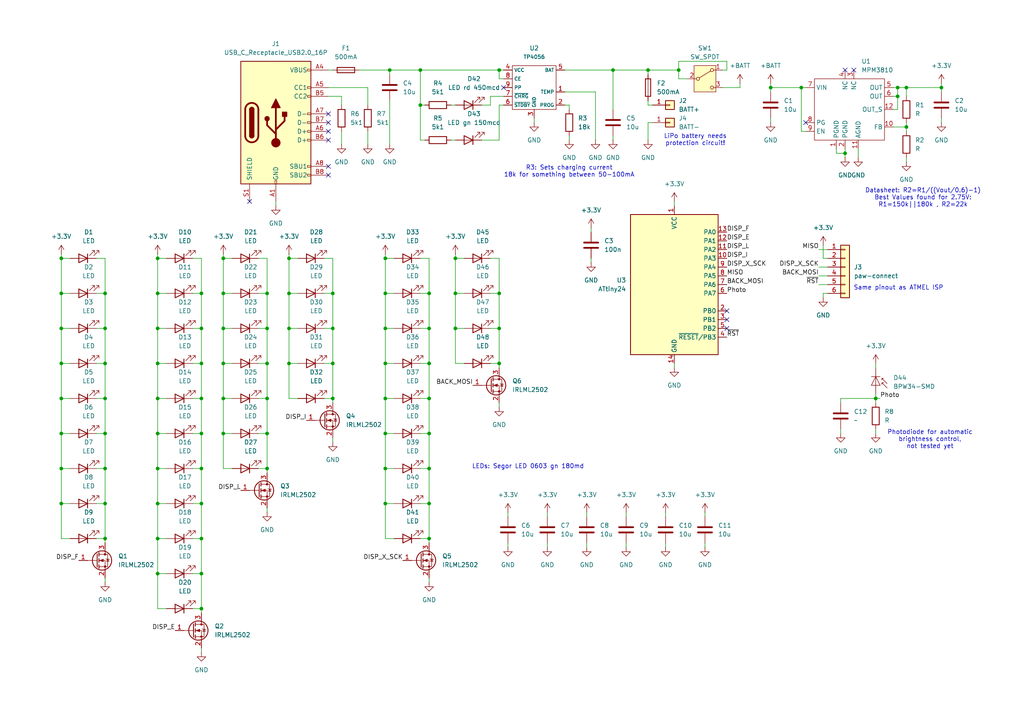
<source format=kicad_sch>
(kicad_sch (version 20231120) (generator "eeschema") (generator_version "8.0")
  (paper "A4")
  (junction (at 187.96 20.32))
  (junction (at 45.72 85.09))
  (junction (at 111.76 115.57))
  (junction (at 64.77 115.57))
  (junction (at 111.76 125.73))
  (junction (at 77.47 135.89))
  (junction (at 17.78 135.89))
  (junction (at 77.47 115.57))
  (junction (at 83.82 95.25))
  (junction (at 121.92 30.48))
  (junction (at 83.82 105.41))
  (junction (at 30.48 105.41))
  (junction (at 124.46 85.09))
  (junction (at 30.48 156.21))
  (junction (at 111.76 105.41))
  (junction (at 45.72 146.05))
  (junction (at 111.76 146.05))
  (junction (at 124.46 146.05))
  (junction (at 144.78 95.25))
  (junction (at 273.05 25.4))
  (junction (at 113.03 20.32))
  (junction (at 77.47 105.41))
  (junction (at 64.77 105.41))
  (junction (at 83.82 85.09))
  (junction (at 132.08 85.09))
  (junction (at 30.48 135.89))
  (junction (at 45.72 115.57))
  (junction (at 45.72 105.41))
  (junction (at 17.78 95.25))
  (junction (at 77.47 85.09))
  (junction (at 111.76 85.09))
  (junction (at 58.42 85.09))
  (junction (at 17.78 74.93))
  (junction (at 64.77 95.25))
  (junction (at 17.78 115.57))
  (junction (at 144.78 85.09))
  (junction (at 45.72 125.73))
  (junction (at 96.52 85.09))
  (junction (at 124.46 95.25))
  (junction (at 45.72 166.37))
  (junction (at 124.46 115.57))
  (junction (at 58.42 176.53))
  (junction (at 58.42 95.25))
  (junction (at 254 115.57))
  (junction (at 232.41 25.4))
  (junction (at 260.35 27.94))
  (junction (at 121.92 20.32))
  (junction (at 17.78 146.05))
  (junction (at 96.52 95.25))
  (junction (at 144.78 105.41))
  (junction (at 58.42 105.41))
  (junction (at 132.08 74.93))
  (junction (at 58.42 135.89))
  (junction (at 77.47 125.73))
  (junction (at 124.46 135.89))
  (junction (at 77.47 95.25))
  (junction (at 45.72 95.25))
  (junction (at 124.46 156.21))
  (junction (at 111.76 74.93))
  (junction (at 177.8 20.32))
  (junction (at 30.48 115.57))
  (junction (at 17.78 125.73))
  (junction (at 64.77 125.73))
  (junction (at 124.46 105.41))
  (junction (at 262.89 36.83))
  (junction (at 223.52 25.4))
  (junction (at 58.42 156.21))
  (junction (at 58.42 146.05))
  (junction (at 144.78 20.32))
  (junction (at 83.82 74.93))
  (junction (at 245.11 44.45))
  (junction (at 260.35 25.4))
  (junction (at 96.52 105.41))
  (junction (at 196.85 20.32))
  (junction (at 262.89 25.4))
  (junction (at 96.52 115.57))
  (junction (at 132.08 95.25))
  (junction (at 45.72 156.21))
  (junction (at 124.46 125.73))
  (junction (at 64.77 85.09))
  (junction (at 45.72 74.93))
  (junction (at 111.76 135.89))
  (junction (at 58.42 166.37))
  (junction (at 58.42 125.73))
  (junction (at 30.48 95.25))
  (junction (at 30.48 125.73))
  (junction (at 17.78 105.41))
  (junction (at 64.77 74.93))
  (junction (at 30.48 146.05))
  (junction (at 45.72 135.89))
  (junction (at 17.78 85.09))
  (junction (at 111.76 95.25))
  (junction (at 58.42 115.57))
  (junction (at 30.48 85.09))
  (no_connect (at 95.25 48.26))
  (no_connect (at 95.25 38.1))
  (no_connect (at 146.05 25.4))
  (no_connect (at 245.11 20.32))
  (no_connect (at 210.82 95.25))
  (no_connect (at 95.25 35.56))
  (no_connect (at 95.25 50.8))
  (no_connect (at 210.82 92.71))
  (no_connect (at 233.68 35.56))
  (no_connect (at 247.65 20.32))
  (no_connect (at 95.25 33.02))
  (no_connect (at 72.39 58.42))
  (no_connect (at 210.82 90.17))
  (no_connect (at 95.25 40.64))
  (wire (pts (xy 96.52 127) (xy 96.52 128.27)))
  (wire (pts (xy 121.92 20.32) (xy 121.92 30.48)))
  (wire (pts (xy 64.77 74.93) (xy 67.31 74.93)))
  (wire (pts (xy 45.72 115.57) (xy 45.72 105.41)))
  (wire (pts (xy 121.92 20.32) (xy 144.78 20.32)))
  (wire (pts (xy 144.78 22.86) (xy 146.05 22.86)))
  (wire (pts (xy 121.92 146.05) (xy 124.46 146.05)))
  (wire (pts (xy 55.88 166.37) (xy 58.42 166.37)))
  (wire (pts (xy 232.41 38.1) (xy 232.41 25.4)))
  (wire (pts (xy 238.76 85.09) (xy 238.76 86.36)))
  (wire (pts (xy 163.83 20.32) (xy 177.8 20.32)))
  (wire (pts (xy 121.92 135.89) (xy 124.46 135.89)))
  (wire (pts (xy 144.78 20.32) (xy 144.78 22.86)))
  (wire (pts (xy 142.24 95.25) (xy 144.78 95.25)))
  (wire (pts (xy 45.72 146.05) (xy 45.72 135.89)))
  (wire (pts (xy 58.42 156.21) (xy 58.42 166.37)))
  (wire (pts (xy 209.55 20.32) (xy 210.82 20.32)))
  (wire (pts (xy 195.58 58.42) (xy 195.58 59.69)))
  (wire (pts (xy 144.78 85.09) (xy 144.78 95.25)))
  (wire (pts (xy 83.82 85.09) (xy 83.82 74.93)))
  (wire (pts (xy 27.94 74.93) (xy 30.48 74.93)))
  (wire (pts (xy 93.98 105.41) (xy 96.52 105.41)))
  (wire (pts (xy 55.88 85.09) (xy 58.42 85.09)))
  (wire (pts (xy 58.42 74.93) (xy 58.42 85.09)))
  (wire (pts (xy 17.78 73.66) (xy 17.78 74.93)))
  (wire (pts (xy 259.08 36.83) (xy 262.89 36.83)))
  (wire (pts (xy 111.76 146.05) (xy 114.3 146.05)))
  (wire (pts (xy 30.48 156.21) (xy 30.48 157.48)))
  (wire (pts (xy 55.88 135.89) (xy 58.42 135.89)))
  (wire (pts (xy 124.46 156.21) (xy 121.92 156.21)))
  (wire (pts (xy 139.7 30.48) (xy 142.24 30.48)))
  (wire (pts (xy 248.92 43.18) (xy 248.92 45.72)))
  (wire (pts (xy 111.76 74.93) (xy 114.3 74.93)))
  (wire (pts (xy 121.92 115.57) (xy 124.46 115.57)))
  (wire (pts (xy 163.83 30.48) (xy 165.1 30.48)))
  (wire (pts (xy 209.55 25.4) (xy 214.63 25.4)))
  (wire (pts (xy 30.48 135.89) (xy 30.48 146.05)))
  (wire (pts (xy 132.08 105.41) (xy 134.62 105.41)))
  (wire (pts (xy 74.93 105.41) (xy 77.47 105.41)))
  (wire (pts (xy 237.49 77.47) (xy 240.03 77.47)))
  (wire (pts (xy 237.49 72.39) (xy 240.03 72.39)))
  (wire (pts (xy 17.78 146.05) (xy 17.78 135.89)))
  (wire (pts (xy 45.72 135.89) (xy 45.72 125.73)))
  (wire (pts (xy 187.96 20.32) (xy 196.85 20.32)))
  (wire (pts (xy 30.48 167.64) (xy 30.48 168.91)))
  (wire (pts (xy 96.52 115.57) (xy 96.52 116.84)))
  (wire (pts (xy 204.47 148.59) (xy 204.47 149.86)))
  (wire (pts (xy 243.84 125.73) (xy 243.84 124.46)))
  (wire (pts (xy 177.8 20.32) (xy 177.8 31.75)))
  (wire (pts (xy 27.94 135.89) (xy 30.48 135.89)))
  (wire (pts (xy 99.06 27.94) (xy 99.06 30.48)))
  (wire (pts (xy 45.72 176.53) (xy 45.72 166.37)))
  (wire (pts (xy 77.47 135.89) (xy 74.93 135.89)))
  (wire (pts (xy 27.94 125.73) (xy 30.48 125.73)))
  (wire (pts (xy 177.8 20.32) (xy 187.96 20.32)))
  (wire (pts (xy 187.96 20.32) (xy 187.96 21.59)))
  (wire (pts (xy 124.46 146.05) (xy 124.46 156.21)))
  (wire (pts (xy 83.82 95.25) (xy 86.36 95.25)))
  (wire (pts (xy 67.31 135.89) (xy 64.77 135.89)))
  (wire (pts (xy 144.78 95.25) (xy 144.78 105.41)))
  (wire (pts (xy 243.84 115.57) (xy 254 115.57)))
  (wire (pts (xy 113.03 29.21) (xy 113.03 41.91)))
  (wire (pts (xy 104.14 20.32) (xy 113.03 20.32)))
  (wire (pts (xy 132.08 73.66) (xy 132.08 74.93)))
  (wire (pts (xy 240.03 85.09) (xy 238.76 85.09)))
  (wire (pts (xy 124.46 156.21) (xy 124.46 157.48)))
  (wire (pts (xy 144.78 116.84) (xy 144.78 118.11)))
  (wire (pts (xy 259.08 25.4) (xy 260.35 25.4)))
  (wire (pts (xy 171.45 66.04) (xy 171.45 67.31)))
  (wire (pts (xy 83.82 95.25) (xy 83.82 85.09)))
  (wire (pts (xy 83.82 105.41) (xy 86.36 105.41)))
  (wire (pts (xy 45.72 166.37) (xy 45.72 156.21)))
  (wire (pts (xy 163.83 26.67) (xy 172.72 26.67)))
  (wire (pts (xy 124.46 95.25) (xy 124.46 105.41)))
  (wire (pts (xy 74.93 85.09) (xy 77.47 85.09)))
  (wire (pts (xy 273.05 24.13) (xy 273.05 25.4)))
  (wire (pts (xy 214.63 24.13) (xy 214.63 25.4)))
  (wire (pts (xy 124.46 167.64) (xy 124.46 168.91)))
  (wire (pts (xy 45.72 95.25) (xy 45.72 85.09)))
  (wire (pts (xy 95.25 27.94) (xy 99.06 27.94)))
  (wire (pts (xy 147.32 157.48) (xy 147.32 158.75)))
  (wire (pts (xy 58.42 95.25) (xy 58.42 105.41)))
  (wire (pts (xy 93.98 95.25) (xy 96.52 95.25)))
  (wire (pts (xy 232.41 25.4) (xy 223.52 25.4)))
  (wire (pts (xy 262.89 25.4) (xy 273.05 25.4)))
  (wire (pts (xy 64.77 95.25) (xy 67.31 95.25)))
  (wire (pts (xy 111.76 95.25) (xy 111.76 85.09)))
  (wire (pts (xy 45.72 85.09) (xy 48.26 85.09)))
  (wire (pts (xy 189.23 35.56) (xy 187.96 35.56)))
  (wire (pts (xy 45.72 105.41) (xy 45.72 95.25)))
  (wire (pts (xy 30.48 156.21) (xy 27.94 156.21)))
  (wire (pts (xy 80.01 59.69) (xy 80.01 58.42)))
  (wire (pts (xy 196.85 22.86) (xy 199.39 22.86)))
  (wire (pts (xy 83.82 85.09) (xy 86.36 85.09)))
  (wire (pts (xy 58.42 85.09) (xy 58.42 95.25)))
  (wire (pts (xy 123.19 40.64) (xy 121.92 40.64)))
  (wire (pts (xy 106.68 38.1) (xy 106.68 41.91)))
  (wire (pts (xy 83.82 105.41) (xy 83.82 95.25)))
  (wire (pts (xy 55.88 95.25) (xy 58.42 95.25)))
  (wire (pts (xy 74.93 115.57) (xy 77.47 115.57)))
  (wire (pts (xy 27.94 105.41) (xy 30.48 105.41)))
  (wire (pts (xy 58.42 115.57) (xy 58.42 125.73)))
  (wire (pts (xy 273.05 34.29) (xy 273.05 35.56)))
  (wire (pts (xy 181.61 148.59) (xy 181.61 149.86)))
  (wire (pts (xy 96.52 74.93) (xy 96.52 85.09)))
  (wire (pts (xy 146.05 30.48) (xy 144.78 30.48)))
  (wire (pts (xy 93.98 74.93) (xy 96.52 74.93)))
  (wire (pts (xy 223.52 34.29) (xy 223.52 35.56)))
  (wire (pts (xy 17.78 125.73) (xy 20.32 125.73)))
  (wire (pts (xy 64.77 105.41) (xy 64.77 95.25)))
  (wire (pts (xy 83.82 74.93) (xy 86.36 74.93)))
  (wire (pts (xy 144.78 74.93) (xy 144.78 85.09)))
  (wire (pts (xy 113.03 20.32) (xy 121.92 20.32)))
  (wire (pts (xy 121.92 74.93) (xy 124.46 74.93)))
  (wire (pts (xy 27.94 95.25) (xy 30.48 95.25)))
  (wire (pts (xy 95.25 25.4) (xy 106.68 25.4)))
  (wire (pts (xy 142.24 27.94) (xy 142.24 30.48)))
  (wire (pts (xy 17.78 156.21) (xy 17.78 146.05)))
  (wire (pts (xy 64.77 73.66) (xy 64.77 74.93)))
  (wire (pts (xy 237.49 82.55) (xy 240.03 82.55)))
  (wire (pts (xy 96.52 20.32) (xy 95.25 20.32)))
  (wire (pts (xy 64.77 85.09) (xy 67.31 85.09)))
  (wire (pts (xy 124.46 105.41) (xy 124.46 115.57)))
  (wire (pts (xy 260.35 31.75) (xy 260.35 27.94)))
  (wire (pts (xy 55.88 115.57) (xy 58.42 115.57)))
  (wire (pts (xy 30.48 95.25) (xy 30.48 105.41)))
  (wire (pts (xy 93.98 85.09) (xy 96.52 85.09)))
  (wire (pts (xy 144.78 105.41) (xy 144.78 106.68)))
  (wire (pts (xy 17.78 115.57) (xy 17.78 105.41)))
  (wire (pts (xy 144.78 40.64) (xy 139.7 40.64)))
  (wire (pts (xy 132.08 95.25) (xy 134.62 95.25)))
  (wire (pts (xy 111.76 115.57) (xy 114.3 115.57)))
  (wire (pts (xy 45.72 95.25) (xy 48.26 95.25)))
  (wire (pts (xy 262.89 25.4) (xy 262.89 27.94)))
  (wire (pts (xy 240.03 74.93) (xy 238.76 74.93)))
  (wire (pts (xy 30.48 74.93) (xy 30.48 85.09)))
  (wire (pts (xy 17.78 135.89) (xy 20.32 135.89)))
  (wire (pts (xy 165.1 40.64) (xy 165.1 39.37)))
  (wire (pts (xy 45.72 105.41) (xy 48.26 105.41)))
  (wire (pts (xy 45.72 125.73) (xy 45.72 115.57)))
  (wire (pts (xy 223.52 25.4) (xy 223.52 26.67)))
  (wire (pts (xy 254 115.57) (xy 255.27 115.57)))
  (wire (pts (xy 58.42 176.53) (xy 55.88 176.53)))
  (wire (pts (xy 242.57 43.18) (xy 242.57 44.45)))
  (wire (pts (xy 187.96 29.21) (xy 187.96 30.48)))
  (wire (pts (xy 142.24 105.41) (xy 144.78 105.41)))
  (wire (pts (xy 262.89 35.56) (xy 262.89 36.83)))
  (wire (pts (xy 273.05 25.4) (xy 273.05 26.67)))
  (wire (pts (xy 106.68 25.4) (xy 106.68 30.48)))
  (wire (pts (xy 121.92 125.73) (xy 124.46 125.73)))
  (wire (pts (xy 193.04 157.48) (xy 193.04 158.75)))
  (wire (pts (xy 74.93 95.25) (xy 77.47 95.25)))
  (wire (pts (xy 121.92 105.41) (xy 124.46 105.41)))
  (wire (pts (xy 64.77 125.73) (xy 64.77 115.57)))
  (wire (pts (xy 132.08 85.09) (xy 132.08 74.93)))
  (wire (pts (xy 171.45 74.93) (xy 171.45 76.2)))
  (wire (pts (xy 158.75 148.59) (xy 158.75 149.86)))
  (wire (pts (xy 113.03 20.32) (xy 113.03 21.59)))
  (wire (pts (xy 111.76 105.41) (xy 111.76 95.25)))
  (wire (pts (xy 232.41 25.4) (xy 233.68 25.4)))
  (wire (pts (xy 144.78 30.48) (xy 144.78 40.64)))
  (wire (pts (xy 111.76 95.25) (xy 114.3 95.25)))
  (wire (pts (xy 64.77 85.09) (xy 64.77 74.93)))
  (wire (pts (xy 55.88 146.05) (xy 58.42 146.05)))
  (wire (pts (xy 245.11 43.18) (xy 245.11 44.45)))
  (wire (pts (xy 121.92 95.25) (xy 124.46 95.25)))
  (wire (pts (xy 181.61 157.48) (xy 181.61 158.75)))
  (wire (pts (xy 74.93 125.73) (xy 77.47 125.73)))
  (wire (pts (xy 262.89 45.72) (xy 262.89 46.99)))
  (wire (pts (xy 17.78 85.09) (xy 20.32 85.09)))
  (wire (pts (xy 124.46 135.89) (xy 124.46 146.05)))
  (wire (pts (xy 147.32 148.59) (xy 147.32 149.86)))
  (wire (pts (xy 45.72 156.21) (xy 45.72 146.05)))
  (wire (pts (xy 170.18 148.59) (xy 170.18 149.86)))
  (wire (pts (xy 17.78 95.25) (xy 20.32 95.25)))
  (wire (pts (xy 177.8 40.64) (xy 177.8 39.37)))
  (wire (pts (xy 259.08 31.75) (xy 260.35 31.75)))
  (wire (pts (xy 165.1 30.48) (xy 165.1 31.75)))
  (wire (pts (xy 48.26 176.53) (xy 45.72 176.53)))
  (wire (pts (xy 17.78 105.41) (xy 20.32 105.41)))
  (wire (pts (xy 55.88 156.21) (xy 58.42 156.21)))
  (wire (pts (xy 142.24 85.09) (xy 144.78 85.09)))
  (wire (pts (xy 111.76 135.89) (xy 114.3 135.89)))
  (wire (pts (xy 142.24 74.93) (xy 144.78 74.93)))
  (wire (pts (xy 20.32 156.21) (xy 17.78 156.21)))
  (wire (pts (xy 238.76 71.12) (xy 238.76 74.93)))
  (wire (pts (xy 58.42 166.37) (xy 58.42 176.53)))
  (wire (pts (xy 17.78 146.05) (xy 20.32 146.05)))
  (wire (pts (xy 58.42 146.05) (xy 58.42 156.21)))
  (wire (pts (xy 17.78 74.93) (xy 20.32 74.93)))
  (wire (pts (xy 132.08 74.93) (xy 134.62 74.93)))
  (wire (pts (xy 45.72 85.09) (xy 45.72 74.93)))
  (wire (pts (xy 262.89 36.83) (xy 262.89 38.1)))
  (wire (pts (xy 64.77 105.41) (xy 67.31 105.41)))
  (wire (pts (xy 27.94 146.05) (xy 30.48 146.05)))
  (wire (pts (xy 64.77 125.73) (xy 67.31 125.73)))
  (wire (pts (xy 77.47 95.25) (xy 77.47 105.41)))
  (wire (pts (xy 132.08 105.41) (xy 132.08 95.25)))
  (wire (pts (xy 111.76 73.66) (xy 111.76 74.93)))
  (wire (pts (xy 210.82 17.78) (xy 196.85 17.78)))
  (wire (pts (xy 83.82 115.57) (xy 83.82 105.41)))
  (wire (pts (xy 99.06 38.1) (xy 99.06 41.91)))
  (wire (pts (xy 17.78 125.73) (xy 17.78 115.57)))
  (wire (pts (xy 111.76 146.05) (xy 111.76 135.89)))
  (wire (pts (xy 204.47 157.48) (xy 204.47 158.75)))
  (wire (pts (xy 260.35 25.4) (xy 260.35 27.94)))
  (wire (pts (xy 77.47 125.73) (xy 77.47 135.89)))
  (wire (pts (xy 193.04 148.59) (xy 193.04 149.86)))
  (wire (pts (xy 96.52 115.57) (xy 93.98 115.57)))
  (wire (pts (xy 77.47 147.32) (xy 77.47 148.59)))
  (wire (pts (xy 245.11 44.45) (xy 245.11 45.72)))
  (wire (pts (xy 254 114.3) (xy 254 115.57)))
  (wire (pts (xy 132.08 95.25) (xy 132.08 85.09)))
  (wire (pts (xy 45.72 74.93) (xy 48.26 74.93)))
  (wire (pts (xy 111.76 105.41) (xy 114.3 105.41)))
  (wire (pts (xy 96.52 95.25) (xy 96.52 105.41)))
  (wire (pts (xy 259.08 27.94) (xy 260.35 27.94)))
  (wire (pts (xy 121.92 30.48) (xy 121.92 40.64)))
  (wire (pts (xy 124.46 85.09) (xy 124.46 95.25)))
  (wire (pts (xy 130.81 40.64) (xy 132.08 40.64)))
  (wire (pts (xy 111.76 85.09) (xy 114.3 85.09)))
  (wire (pts (xy 111.76 156.21) (xy 111.76 146.05)))
  (wire (pts (xy 17.78 105.41) (xy 17.78 95.25)))
  (wire (pts (xy 55.88 105.41) (xy 58.42 105.41)))
  (wire (pts (xy 254 115.57) (xy 254 116.84)))
  (wire (pts (xy 58.42 125.73) (xy 58.42 135.89)))
  (wire (pts (xy 196.85 17.78) (xy 196.85 20.32)))
  (wire (pts (xy 242.57 44.45) (xy 245.11 44.45)))
  (wire (pts (xy 17.78 85.09) (xy 17.78 74.93)))
  (wire (pts (xy 111.76 125.73) (xy 111.76 115.57)))
  (wire (pts (xy 17.78 135.89) (xy 17.78 125.73)))
  (wire (pts (xy 96.52 105.41) (xy 96.52 115.57)))
  (wire (pts (xy 124.46 125.73) (xy 124.46 135.89)))
  (wire (pts (xy 210.82 20.32) (xy 210.82 17.78)))
  (wire (pts (xy 45.72 156.21) (xy 48.26 156.21)))
  (wire (pts (xy 45.72 135.89) (xy 48.26 135.89)))
  (wire (pts (xy 132.08 85.09) (xy 134.62 85.09)))
  (wire (pts (xy 83.82 73.66) (xy 83.82 74.93)))
  (wire (pts (xy 77.47 74.93) (xy 77.47 85.09)))
  (wire (pts (xy 111.76 115.57) (xy 111.76 105.41)))
  (wire (pts (xy 64.77 135.89) (xy 64.77 125.73)))
  (wire (pts (xy 64.77 115.57) (xy 64.77 105.41)))
  (wire (pts (xy 58.42 176.53) (xy 58.42 177.8)))
  (wire (pts (xy 77.47 85.09) (xy 77.47 95.25)))
  (wire (pts (xy 45.72 166.37) (xy 48.26 166.37)))
  (wire (pts (xy 30.48 125.73) (xy 30.48 135.89)))
  (wire (pts (xy 30.48 105.41) (xy 30.48 115.57)))
  (wire (pts (xy 86.36 115.57) (xy 83.82 115.57)))
  (wire (pts (xy 111.76 125.73) (xy 114.3 125.73)))
  (wire (pts (xy 223.52 24.13) (xy 223.52 25.4)))
  (wire (pts (xy 254 105.41) (xy 254 106.68)))
  (wire (pts (xy 233.68 38.1) (xy 232.41 38.1)))
  (wire (pts (xy 111.76 135.89) (xy 111.76 125.73)))
  (wire (pts (xy 45.72 125.73) (xy 48.26 125.73)))
  (wire (pts (xy 77.47 115.57) (xy 77.47 125.73)))
  (wire (pts (xy 196.85 20.32) (xy 196.85 22.86)))
  (wire (pts (xy 154.94 35.56) (xy 154.94 34.29)))
  (wire (pts (xy 55.88 74.93) (xy 58.42 74.93)))
  (wire (pts (xy 64.77 95.25) (xy 64.77 85.09)))
  (wire (pts (xy 130.81 30.48) (xy 132.08 30.48)))
  (wire (pts (xy 111.76 85.09) (xy 111.76 74.93)))
  (wire (pts (xy 58.42 187.96) (xy 58.42 189.23)))
  (wire (pts (xy 27.94 85.09) (xy 30.48 85.09)))
  (wire (pts (xy 17.78 95.25) (xy 17.78 85.09)))
  (wire (pts (xy 45.72 73.66) (xy 45.72 74.93)))
  (wire (pts (xy 58.42 135.89) (xy 58.42 146.05)))
  (wire (pts (xy 146.05 20.32) (xy 144.78 20.32)))
  (wire (pts (xy 121.92 85.09) (xy 124.46 85.09)))
  (wire (pts (xy 27.94 115.57) (xy 30.48 115.57)))
  (wire (pts (xy 187.96 35.56) (xy 187.96 40.64)))
  (wire (pts (xy 172.72 26.67) (xy 172.72 40.64)))
  (wire (pts (xy 17.78 115.57) (xy 20.32 115.57)))
  (wire (pts (xy 237.49 80.01) (xy 240.03 80.01)))
  (wire (pts (xy 187.96 30.48) (xy 189.23 30.48)))
  (wire (pts (xy 260.35 25.4) (xy 262.89 25.4)))
  (wire (pts (xy 77.47 135.89) (xy 77.47 137.16)))
  (wire (pts (xy 58.42 105.41) (xy 58.42 115.57)))
  (wire (pts (xy 123.19 30.48) (xy 121.92 30.48)))
  (wire (pts (xy 96.52 85.09) (xy 96.52 95.25)))
  (wire (pts (xy 77.47 105.41) (xy 77.47 115.57)))
  (wire (pts (xy 158.75 157.48) (xy 158.75 158.75)))
  (wire (pts (xy 114.3 156.21) (xy 111.76 156.21)))
  (wire (pts (xy 124.46 74.93) (xy 124.46 85.09)))
  (wire (pts (xy 30.48 115.57) (xy 30.48 125.73)))
  (wire (pts (xy 45.72 146.05) (xy 48.26 146.05)))
  (wire (pts (xy 74.93 74.93) (xy 77.47 74.93)))
  (wire (pts (xy 45.72 115.57) (xy 48.26 115.57)))
  (wire (pts (xy 64.77 115.57) (xy 67.31 115.57)))
  (wire (pts (xy 195.58 106.68) (xy 195.58 105.41)))
  (wire (pts (xy 254 125.73) (xy 254 124.46)))
  (wire (pts (xy 124.46 115.57) (xy 124.46 125.73)))
  (wire (pts (xy 30.48 146.05) (xy 30.48 156.21)))
  (wire (pts (xy 170.18 157.48) (xy 170.18 158.75)))
  (wire (pts (xy 146.05 27.94) (xy 142.24 27.94)))
  (wire (pts (xy 243.84 116.84) (xy 243.84 115.57)))
  (wire (pts (xy 30.48 85.09) (xy 30.48 95.25)))
  (wire (pts (xy 55.88 125.73) (xy 58.42 125.73)))
  (text "LiPo battery needs\nprotection circuit!" (at 201.676 40.64 0) (effects (font (size 1.27 1.27))))
  (text "Same pinout as ATMEL ISP" (at 260.604 83.566 0) (effects (font (size 1.27 1.27))))
  (text "R3: Sets charging current\n18k for something between 50-100mA\n" (at 165.1 49.784 0) (effects (font (size 1.27 1.27))))
  (text "Datasheet: R2=R1/((Vout/0.6)-1)\nBest Values found for 2.75V:\nR1=150k||180k , R2=22k" (at 267.716 57.404 0) (effects (font (size 1.27 1.27))))
  (text "LEDs: Segor LED 0603 gn 180md" (at 153.162 135.382 0) (effects (font (size 1.27 1.27))))
  (text "Photodiode for automatic\nbrightness control,\nnot tested yet" (at 269.748 127.508 0) (effects (font (size 1.27 1.27))))
  (label "DISP_I" (at 88.9 121.92 180))
  (label "MISO" (at 237.49 72.39 180))
  (label "Photo" (at 210.82 85.09 0))
  (label "DISP_I" (at 210.82 74.93 0))
  (label "DISP_F" (at 210.82 67.31 0))
  (label "DISP_F" (at 22.86 162.56 180))
  (label "BACK_MOSI" (at 137.16 111.76 180))
  (label "DISP_E" (at 210.82 69.85 0))
  (label "BACK_MOSI" (at 237.49 80.01 180))
  (label "MISO" (at 210.82 80.01 0))
  (label "DISP_E" (at 50.8 182.88 180))
  (label "DISP_L" (at 69.85 142.24 180))
  (label "DISP_X_SCK" (at 116.84 162.56 180))
  (label "~{RST}" (at 210.82 97.79 0))
  (label "DISP_X_SCK" (at 210.82 77.47 0))
  (label "~{RST}" (at 237.49 82.55 180))
  (label "DISP_L" (at 210.82 72.39 0))
  (label "DISP_X_SCK" (at 237.49 77.47 180))
  (label "BACK_MOSI" (at 210.82 82.55 0))
  (label "Photo" (at 255.27 115.57 0))
  (symbol (lib_id "power:GND") (at 165.1 40.64 0) (unit 1)
    (property "Reference" "#PWR018" (effects (hide yes)))
    (property "Value" "GND" (at 165.1 45.72 0))
    (property "Description" "Power symbol creates a global label with name \"GND\" , ground" (effects (hide yes)))
  )
  (symbol (lib_id "Device:C") (at 273.05 30.48 0) (unit 1)
    (property "Reference" "C2" (at 276.86 29.2099 0) (effects (justify left)))
    (property "Value" "10u" (at 276.86 31.7499 0) (effects (justify left)))
    (property "Footprint" "Capacitor_SMD:C_0603_1608Metric" (effects (hide yes)))
    (property "Description" "Unpolarized capacitor" (effects (hide yes)))
  )
  (symbol (lib_id "Device:C") (at 223.52 30.48 0) (unit 1)
    (property "Reference" "C1" (at 227.33 29.2099 0) (effects (justify left)))
    (property "Value" "10u" (at 227.33 31.7499 0) (effects (justify left)))
    (property "Footprint" "Capacitor_SMD:C_0603_1608Metric" (effects (hide yes)))
    (property "Description" "Unpolarized capacitor" (effects (hide yes)))
  )
  (symbol (lib_id "Device:LED") (at 52.07 85.09 180) (unit 1)
    (property "Reference" "D11" (at 53.6575 77.47 0))
    (property "Value" "LED" (at 53.6575 80.01 0))
    (property "Footprint" "LED_SMD:LED_0603_1608Metric" (effects (hide yes)))
    (property "Description" "Light emitting diode" (effects (hide yes)))
  )
  (symbol (lib_id "Device:LED") (at 71.12 85.09 180) (unit 1)
    (property "Reference" "D22" (at 72.7075 77.47 0))
    (property "Value" "LED" (at 72.7075 80.01 0))
    (property "Footprint" "LED_SMD:LED_0603_1608Metric" (effects (hide yes)))
    (property "Description" "Light emitting diode" (effects (hide yes)))
  )
  (symbol (lib_id "Device:LED") (at 52.07 105.41 180) (unit 1)
    (property "Reference" "D13" (at 53.6575 97.79 0))
    (property "Value" "LED" (at 53.6575 100.33 0))
    (property "Footprint" "LED_SMD:LED_0603_1608Metric" (effects (hide yes)))
    (property "Description" "Light emitting diode" (effects (hide yes)))
  )
  (symbol (lib_id "Device:Fuse") (at 100.33 20.32 90) (unit 1)
    (property "Reference" "F1" (at 100.33 13.97 90))
    (property "Value" "500mA" (at 100.33 16.51 90))
    (property "Footprint" "Fuse:Fuse_0603_1608Metric_Pad1.05x0.95mm_HandSolder" (effects (hide yes)))
    (property "Description" "Fuse" (effects (hide yes)))
  )
  (symbol (lib_id "power:+3.3V") (at 17.78 73.66 0) (unit 1)
    (property "Reference" "#PWR016" (effects (hide yes)))
    (property "Value" "+3.3V" (at 17.78 68.58 0))
    (property "Description" "Power symbol creates a global label with name \"+3.3V\"" (effects (hide yes)))
  )
  (symbol (lib_id "Device:LED") (at 138.43 105.41 180) (unit 1)
    (property "Reference" "D48" (at 140.0175 97.79 0))
    (property "Value" "LED" (at 140.0175 100.33 0))
    (property "Footprint" "LED_SMD:LED_0603_1608Metric" (effects (hide yes)))
    (property "Description" "Light emitting diode" (effects (hide yes)))
  )
  (symbol (lib_id "Device:LED") (at 52.07 156.21 180) (unit 1)
    (property "Reference" "D18" (at 53.6575 148.59 0))
    (property "Value" "LED" (at 53.6575 151.13 0))
    (property "Footprint" "LED_SMD:LED_0603_1608Metric" (effects (hide yes)))
    (property "Description" "Light emitting diode" (effects (hide yes)))
  )
  (symbol (lib_id "power:GND") (at 273.05 35.56 0) (unit 1)
    (property "Reference" "#PWR06" (effects (hide yes)))
    (property "Value" "GND" (at 273.05 40.64 0))
    (property "Description" "Power symbol creates a global label with name \"GND\" , ground" (effects (hide yes)))
  )
  (symbol (lib_id "Device:LED") (at 118.11 95.25 180) (unit 1)
    (property "Reference" "D35" (at 119.6975 87.63 0))
    (property "Value" "LED" (at 119.6975 90.17 0))
    (property "Footprint" "LED_SMD:LED_0603_1608Metric" (effects (hide yes)))
    (property "Description" "Light emitting diode" (effects (hide yes)))
  )
  (symbol (lib_id "power:+3.3V") (at 254 105.41 0) (unit 1)
    (property "Reference" "#PWR050" (effects (hide yes)))
    (property "Value" "+3.3V" (at 254 100.33 0))
    (property "Description" "Power symbol creates a global label with name \"+3.3V\"" (effects (hide yes)))
  )
  (symbol (lib_id "Device:R") (at 262.89 31.75 0) (unit 1)
    (property "Reference" "R1" (at 265.43 30.4799 0) (effects (justify left)))
    (property "Value" "R" (at 265.43 33.0199 0) (effects (justify left)))
    (property "Footprint" "Resistor_SMD:R_0603_1608Metric" (effects (hide yes)))
    (property "Description" "Resistor" (effects (hide yes)))
  )
  (symbol (lib_id "Connector_Generic:Conn_01x01") (at 194.31 35.56 0) (unit 1)
    (property "Reference" "J4" (at 196.85 34.2899 0) (effects (justify left)))
    (property "Value" "BATT-" (at 196.85 36.8299 0) (effects (justify left)))
    (property "Footprint" "Connector_Wire:SolderWirePad_1x01_SMD_1x2mm" (effects (hide yes)))
    (property "Description" "Generic connector, single row, 01x01, script generated (kicad-library-utils/schlib/autogen/connector/)" (effects (hide yes)))
  )
  (symbol (lib_id "Device:R") (at 127 40.64 90) (unit 1)
    (property "Reference" "R5" (at 127 34.29 90))
    (property "Value" "5k1" (at 127 36.83 90))
    (property "Footprint" "Resistor_SMD:R_0603_1608Metric" (effects (hide yes)))
    (property "Description" "Resistor" (effects (hide yes)))
  )
  (symbol (lib_id "Device:LED") (at 118.11 125.73 180) (unit 1)
    (property "Reference" "D38" (at 119.6975 118.11 0))
    (property "Value" "LED" (at 119.6975 120.65 0))
    (property "Footprint" "LED_SMD:LED_0603_1608Metric" (effects (hide yes)))
    (property "Description" "Light emitting diode" (effects (hide yes)))
  )
  (symbol (lib_id "power:+3.3V") (at 238.76 71.12 0) (unit 1)
    (property "Reference" "#PWR033" (effects (hide yes)))
    (property "Value" "+3.3V" (at 238.76 66.04 0))
    (property "Description" "Power symbol creates a global label with name \"+3.3V\"" (effects (hide yes)))
  )
  (symbol (lib_id "Transistor_FET:IRLML0030") (at 74.93 142.24 0) (unit 1)
    (property "Reference" "Q3" (at 81.28 140.9699 0) (effects (justify left)))
    (property "Value" "IRLML2502" (at 81.28 143.5099 0) (effects (justify left)))
    (property "Footprint" "Package_TO_SOT_SMD:SOT-23" (effects (hide yes)))
    (property "Datasheet" "https://www.infineon.com/dgdl/irlml0030pbf.pdf?fileId=5546d462533600a401535664773825df" (effects (hide yes)))
    (property "Description" "5.3A Id, 30V Vds, 27mOhm Rds, N-Channel HEXFET Power MOSFET, SOT-23" (effects (hide yes)))
  )
  (symbol (lib_id "Device:LED") (at 52.07 146.05 180) (unit 1)
    (property "Reference" "D17" (at 53.6575 138.43 0))
    (property "Value" "LED" (at 53.6575 140.97 0))
    (property "Footprint" "LED_SMD:LED_0603_1608Metric" (effects (hide yes)))
    (property "Description" "Light emitting diode" (effects (hide yes)))
  )
  (symbol (lib_id "Device:LED") (at 52.07 166.37 180) (unit 1)
    (property "Reference" "D19" (at 53.6575 158.75 0))
    (property "Value" "LED" (at 53.6575 161.29 0))
    (property "Footprint" "LED_SMD:LED_0603_1608Metric" (effects (hide yes)))
    (property "Description" "Light emitting diode" (effects (hide yes)))
  )
  (symbol (lib_id "Device:LED") (at 90.17 115.57 180) (unit 1)
    (property "Reference" "D32" (at 91.7575 107.95 0))
    (property "Value" "LED" (at 91.7575 110.49 0))
    (property "Footprint" "LED_SMD:LED_0603_1608Metric" (effects (hide yes)))
    (property "Description" "Light emitting diode" (effects (hide yes)))
  )
  (symbol (lib_id "power:+BATT") (at 214.63 24.13 0) (unit 1)
    (property "Reference" "#PWR028" (effects (hide yes)))
    (property "Value" "+BATT" (at 214.63 19.05 0))
    (property "Description" "Power symbol creates a global label with name \"+BATT\"" (effects (hide yes)))
  )
  (symbol (lib_id "Device:R") (at 127 30.48 90) (unit 1)
    (property "Reference" "R4" (at 127 24.13 90))
    (property "Value" "5k1" (at 127 26.67 90))
    (property "Footprint" "Resistor_SMD:R_0603_1608Metric" (effects (hide yes)))
    (property "Description" "Resistor" (effects (hide yes)))
  )
  (symbol (lib_id "power:GND") (at 30.48 168.91 0) (unit 1)
    (property "Reference" "#PWR01" (effects (hide yes)))
    (property "Value" "GND" (at 30.48 173.99 0))
    (property "Description" "Power symbol creates a global label with name \"GND\" , ground" (effects (hide yes)))
  )
  (symbol (lib_id "Device:LED") (at 90.17 85.09 180) (unit 1)
    (property "Reference" "D29" (at 91.7575 77.47 0))
    (property "Value" "LED" (at 91.7575 80.01 0))
    (property "Footprint" "LED_SMD:LED_0603_1608Metric" (effects (hide yes)))
    (property "Description" "Light emitting diode" (effects (hide yes)))
  )
  (symbol (lib_id "Device:LED") (at 118.11 85.09 180) (unit 1)
    (property "Reference" "D34" (at 119.6975 77.47 0))
    (property "Value" "LED" (at 119.6975 80.01 0))
    (property "Footprint" "LED_SMD:LED_0603_1608Metric" (effects (hide yes)))
    (property "Description" "Light emitting diode" (effects (hide yes)))
  )
  (symbol (lib_id "power:+3.3V") (at 111.76 73.66 0) (unit 1)
    (property "Reference" "#PWR012" (effects (hide yes)))
    (property "Value" "+3.3V" (at 111.76 68.58 0))
    (property "Description" "Power symbol creates a global label with name \"+3.3V\"" (effects (hide yes)))
  )
  (symbol (lib_id "Device:C") (at 171.45 71.12 0) (unit 1)
    (property "Reference" "C3" (at 175.26 69.8499 0) (effects (justify left)))
    (property "Value" "100n" (at 175.26 72.3899 0) (effects (justify left)))
    (property "Footprint" "Capacitor_SMD:C_0603_1608Metric" (effects (hide yes)))
    (property "Description" "Unpolarized capacitor" (effects (hide yes)))
  )
  (symbol (lib_id "Device:LED") (at 118.11 146.05 180) (unit 1)
    (property "Reference" "D40" (at 119.6975 138.43 0))
    (property "Value" "LED" (at 119.6975 140.97 0))
    (property "Footprint" "LED_SMD:LED_0603_1608Metric" (effects (hide yes)))
    (property "Description" "Light emitting diode" (effects (hide yes)))
  )
  (symbol (lib_id "Device:LED") (at 90.17 95.25 180) (unit 1)
    (property "Reference" "D30" (at 91.7575 87.63 0))
    (property "Value" "LED" (at 91.7575 90.17 0))
    (property "Footprint" "LED_SMD:LED_0603_1608Metric" (effects (hide yes)))
    (property "Description" "Light emitting diode" (effects (hide yes)))
  )
  (symbol (lib_id "Device:C") (at 181.61 153.67 0) (unit 1)
    (property "Reference" "C9" (at 185.42 152.3999 0) (effects (justify left)))
    (property "Value" "10u" (at 185.42 154.9399 0) (effects (justify left)))
    (property "Footprint" "Capacitor_SMD:C_0603_1608Metric" (effects (hide yes)))
    (property "Description" "Unpolarized capacitor" (effects (hide yes)))
  )
  (symbol (lib_id "power:+3.3V") (at 273.05 24.13 0) (unit 1)
    (property "Reference" "#PWR011" (effects (hide yes)))
    (property "Value" "+3.3V" (at 273.05 19.05 0))
    (property "Description" "Power symbol creates a global label with name \"+3.3V\"" (effects (hide yes)))
  )
  (symbol (lib_id "Device:R") (at 254 120.65 0) (unit 1)
    (property "Reference" "R8" (at 256.54 119.3799 0) (effects (justify left)))
    (property "Value" "R" (at 256.54 121.9199 0) (effects (justify left)))
    (property "Footprint" "Resistor_SMD:R_0603_1608Metric" (effects (hide yes)))
    (property "Description" "Resistor" (effects (hide yes)))
  )
  (symbol (lib_id "Device:LED") (at 52.07 176.53 180) (unit 1)
    (property "Reference" "D20" (at 53.6575 168.91 0))
    (property "Value" "LED" (at 53.6575 171.45 0))
    (property "Footprint" "LED_SMD:LED_0603_1608Metric" (effects (hide yes)))
    (property "Description" "Light emitting diode" (effects (hide yes)))
  )
  (symbol (lib_id "power:GND") (at 113.03 41.91 0) (unit 1)
    (property "Reference" "#PWR029" (effects (hide yes)))
    (property "Value" "GND" (at 113.03 46.99 0))
    (property "Description" "Power symbol creates a global label with name \"GND\" , ground" (effects (hide yes)))
  )
  (symbol (lib_id "power:+BATT") (at 223.52 24.13 0) (unit 1)
    (property "Reference" "#PWR024" (effects (hide yes)))
    (property "Value" "+BATT" (at 223.52 19.05 0))
    (property "Description" "Power symbol creates a global label with name \"+BATT\"" (effects (hide yes)))
  )
  (symbol (lib_id "power:+3.3V") (at 45.72 73.66 0) (unit 1)
    (property "Reference" "#PWR015" (effects (hide yes)))
    (property "Value" "+3.3V" (at 45.72 68.58 0))
    (property "Description" "Power symbol creates a global label with name \"+3.3V\"" (effects (hide yes)))
  )
  (symbol (lib_id "Device:LED") (at 52.07 95.25 180) (unit 1)
    (property "Reference" "D12" (at 53.6575 87.63 0))
    (property "Value" "LED" (at 53.6575 90.17 0))
    (property "Footprint" "LED_SMD:LED_0603_1608Metric" (effects (hide yes)))
    (property "Description" "Light emitting diode" (effects (hide yes)))
  )
  (symbol (lib_id "power:GND") (at 147.32 158.75 0) (unit 1)
    (property "Reference" "#PWR035" (effects (hide yes)))
    (property "Value" "GND" (at 147.32 163.83 0))
    (property "Description" "Power symbol creates a global label with name \"GND\" , ground" (effects (hide yes)))
  )
  (symbol (lib_id "power:GND") (at 223.52 35.56 0) (unit 1)
    (property "Reference" "#PWR010" (effects (hide yes)))
    (property "Value" "GND" (at 223.52 40.64 0))
    (property "Description" "Power symbol creates a global label with name \"GND\" , ground" (effects (hide yes)))
  )
  (symbol (lib_id "power:GND") (at 181.61 158.75 0) (unit 1)
    (property "Reference" "#PWR042" (effects (hide yes)))
    (property "Value" "GND" (at 181.61 163.83 0))
    (property "Description" "Power symbol creates a global label with name \"GND\" , ground" (effects (hide yes)))
  )
  (symbol (lib_id "Device:LED") (at 71.12 95.25 180) (unit 1)
    (property "Reference" "D23" (at 72.7075 87.63 0))
    (property "Value" "LED" (at 72.7075 90.17 0))
    (property "Footprint" "LED_SMD:LED_0603_1608Metric" (effects (hide yes)))
    (property "Description" "Light emitting diode" (effects (hide yes)))
  )
  (symbol (lib_id "Transistor_FET:IRLML0030") (at 55.88 182.88 0) (unit 1)
    (property "Reference" "Q2" (at 62.23 181.6099 0) (effects (justify left)))
    (property "Value" "IRLML2502" (at 62.23 184.1499 0) (effects (justify left)))
    (property "Footprint" "Package_TO_SOT_SMD:SOT-23" (effects (hide yes)))
    (property "Datasheet" "https://www.infineon.com/dgdl/irlml0030pbf.pdf?fileId=5546d462533600a401535664773825df" (effects (hide yes)))
    (property "Description" "5.3A Id, 30V Vds, 27mOhm Rds, N-Channel HEXFET Power MOSFET, SOT-23" (effects (hide yes)))
  )
  (symbol (lib_id "Device:LED") (at 24.13 135.89 180) (unit 1)
    (property "Reference" "D7" (at 25.7175 128.27 0))
    (property "Value" "LED" (at 25.7175 130.81 0))
    (property "Footprint" "LED_SMD:LED_0603_1608Metric" (effects (hide yes)))
    (property "Description" "Light emitting diode" (effects (hide yes)))
  )
  (symbol (lib_id "Device:LED") (at 71.12 115.57 180) (unit 1)
    (property "Reference" "D25" (at 72.7075 107.95 0))
    (property "Value" "LED" (at 72.7075 110.49 0))
    (property "Footprint" "LED_SMD:LED_0603_1608Metric" (effects (hide yes)))
    (property "Description" "Light emitting diode" (effects (hide yes)))
  )
  (symbol (lib_id "Connector_Generic:Conn_01x06") (at 245.11 77.47 0) (unit 1)
    (property "Reference" "J3" (at 247.65 77.4699 0) (effects (justify left)))
    (property "Value" "paw-connect" (at 247.65 80.0099 0) (effects (justify left)))
    (property "Footprint" "Paw-connect:Paw-Connect_RevA_TC2030-IDC-NL_2x03_P1.27mm_Vertical" (effects (hide yes)))
    (property "Description" "Generic connector, single row, 01x06, script generated (kicad-library-utils/schlib/autogen/connector/)" (effects (hide yes)))
  )
  (symbol (lib_id "power:GND") (at 238.76 86.36 0) (unit 1)
    (property "Reference" "#PWR032" (effects (hide yes)))
    (property "Value" "GND" (at 238.76 91.44 0))
    (property "Description" "Power symbol creates a global label with name \"GND\" , ground" (effects (hide yes)))
  )
  (symbol (lib_id "Device:R") (at 165.1 35.56 0) (unit 1)
    (property "Reference" "R3" (at 167.64 34.2899 0) (effects (justify left)))
    (property "Value" "18k" (at 167.64 36.8299 0) (effects (justify left)))
    (property "Footprint" "Resistor_SMD:R_0603_1608Metric" (effects (hide yes)))
    (property "Description" "Resistor" (effects (hide yes)))
  )
  (symbol (lib_id "power:GND") (at 58.42 189.23 0) (unit 1)
    (property "Reference" "#PWR02" (effects (hide yes)))
    (property "Value" "GND" (at 58.42 194.31 0))
    (property "Description" "Power symbol creates a global label with name \"GND\" , ground" (effects (hide yes)))
  )
  (symbol (lib_id "Device:LED") (at 24.13 85.09 180) (unit 1)
    (property "Reference" "D2" (at 25.7175 77.47 0))
    (property "Value" "LED" (at 25.7175 80.01 0))
    (property "Footprint" "LED_SMD:LED_0603_1608Metric" (effects (hide yes)))
    (property "Description" "Light emitting diode" (effects (hide yes)))
  )
  (symbol (lib_id "Device:LED") (at 52.07 135.89 180) (unit 1)
    (property "Reference" "D16" (at 53.6575 128.27 0))
    (property "Value" "LED" (at 53.6575 130.81 0))
    (property "Footprint" "LED_SMD:LED_0603_1608Metric" (effects (hide yes)))
    (property "Description" "Light emitting diode" (effects (hide yes)))
  )
  (symbol (lib_id "Switch:SW_SPDT") (at 204.47 22.86 0) (unit 1)
    (property "Reference" "SW1" (at 204.47 13.97 0))
    (property "Value" "SW_SPDT" (at 204.47 16.51 0))
    (property "Footprint" "Button_Switch_SMD:SW_SPDT_PCM12" (effects (hide yes)))
    (property "Description" "Switch, single pole double throw" (effects (hide yes)))
  )
  (symbol (lib_id "power:+3.3V") (at 171.45 66.04 0) (unit 1)
    (property "Reference" "#PWR025" (effects (hide yes)))
    (property "Value" "+3.3V" (at 171.45 60.96 0))
    (property "Description" "Power symbol creates a global label with name \"+3.3V\"" (effects (hide yes)))
  )
  (symbol (lib_id "Device:C") (at 204.47 153.67 0) (unit 1)
    (property "Reference" "C11" (at 208.28 152.3999 0) (effects (justify left)))
    (property "Value" "10u" (at 208.28 154.9399 0) (effects (justify left)))
    (property "Footprint" "Capacitor_SMD:C_0603_1608Metric" (effects (hide yes)))
    (property "Description" "Unpolarized capacitor" (effects (hide yes)))
  )
  (symbol (lib_id "power:GND") (at 124.46 168.91 0) (unit 1)
    (property "Reference" "#PWR05" (effects (hide yes)))
    (property "Value" "GND" (at 124.46 173.99 0))
    (property "Description" "Power symbol creates a global label with name \"GND\" , ground" (effects (hide yes)))
  )
  (symbol (lib_id "Transistor_FET:IRLML0030") (at 121.92 162.56 0) (unit 1)
    (property "Reference" "Q5" (at 128.27 161.2899 0) (effects (justify left)))
    (property "Value" "IRLML2502" (at 128.27 163.8299 0) (effects (justify left)))
    (property "Footprint" "Package_TO_SOT_SMD:SOT-23" (effects (hide yes)))
    (property "Datasheet" "https://www.infineon.com/dgdl/irlml0030pbf.pdf?fileId=5546d462533600a401535664773825df" (effects (hide yes)))
    (property "Description" "5.3A Id, 30V Vds, 27mOhm Rds, N-Channel HEXFET Power MOSFET, SOT-23" (effects (hide yes)))
  )
  (symbol (lib_id "Device:C") (at 193.04 153.67 0) (unit 1)
    (property "Reference" "C10" (at 196.85 152.3999 0) (effects (justify left)))
    (property "Value" "10u" (at 196.85 154.9399 0) (effects (justify left)))
    (property "Footprint" "Capacitor_SMD:C_0603_1608Metric" (effects (hide yes)))
    (property "Description" "Unpolarized capacitor" (effects (hide yes)))
  )
  (symbol (lib_id "Device:LED") (at 118.11 74.93 180) (unit 1)
    (property "Reference" "D33" (at 119.6975 67.31 0))
    (property "Value" "LED" (at 119.6975 69.85 0))
    (property "Footprint" "LED_SMD:LED_0603_1608Metric" (effects (hide yes)))
    (property "Description" "Light emitting diode" (effects (hide yes)))
  )
  (symbol (lib_id "power:GND") (at 187.96 40.64 0) (unit 1)
    (property "Reference" "#PWR031" (effects (hide yes)))
    (property "Value" "GND" (at 187.96 45.72 0))
    (property "Description" "Power symbol creates a global label with name \"GND\" , ground" (effects (hide yes)))
  )
  (symbol (lib_id "Transistor_FET:IRLML0030") (at 93.98 121.92 0) (unit 1)
    (property "Reference" "Q4" (at 100.33 120.6499 0) (effects (justify left)))
    (property "Value" "IRLML2502" (at 100.33 123.1899 0) (effects (justify left)))
    (property "Footprint" "Package_TO_SOT_SMD:SOT-23" (effects (hide yes)))
    (property "Datasheet" "https://www.infineon.com/dgdl/irlml0030pbf.pdf?fileId=5546d462533600a401535664773825df" (effects (hide yes)))
    (property "Description" "5.3A Id, 30V Vds, 27mOhm Rds, N-Channel HEXFET Power MOSFET, SOT-23" (effects (hide yes)))
  )
  (symbol (lib_id "MCU_Microchip_ATtiny:ATtiny20-SS") (at 195.58 82.55 0) (unit 1)
    (property "Reference" "U3" (at 181.61 81.2799 0) (effects (justify right)))
    (property "Value" "ATtiny24" (at 181.61 83.8199 0) (effects (justify right)))
    (property "Footprint" "Package_SO:SOIC-14_3.9x8.7mm_P1.27mm" (effects (hide yes)))
    (property "Datasheet" "http://ww1.microchip.com/downloads/en/DeviceDoc/atmel-8235-8-bit-avr-microcontroller-attiny20_datasheet.pdf" (effects (hide yes)))
    (property "Description" "12MHz, 2kB Flash, 128B SRAM, No EEPROM, SOIC-14" (effects (hide yes)))
  )
  (symbol (lib_id "power:GND") (at 80.01 59.69 0) (unit 1)
    (property "Reference" "#PWR020" (effects (hide yes)))
    (property "Value" "GND" (at 80.01 64.77 0))
    (property "Description" "Power symbol creates a global label with name \"GND\" , ground" (effects (hide yes)))
  )
  (symbol (lib_id "power:GND") (at 195.58 106.68 0) (unit 1)
    (property "Reference" "#PWR023" (effects (hide yes)))
    (property "Value" "GND" (at 195.58 111.76 0))
    (property "Description" "Power symbol creates a global label with name \"GND\" , ground" (effects (hide yes)))
  )
  (symbol (lib_id "tp4056:TP4056") (at 148.59 31.75 0) (unit 1)
    (property "Reference" "U2" (at 154.94 13.97 0))
    (property "Value" "TP4056" (at 154.94 16.51 0) (effects (font (size 1.1 1.1))))
    (property "Footprint" "Package_SO:SOIC-8-1EP_3.9x4.9mm_P1.27mm_EP2.29x3mm" (effects (hide yes)))
    (property "Description" "TP4056" (effects (hide yes)))
  )
  (symbol (lib_id "power:GND") (at 204.47 158.75 0) (unit 1)
    (property "Reference" "#PWR048" (effects (hide yes)))
    (property "Value" "GND" (at 204.47 163.83 0))
    (property "Description" "Power symbol creates a global label with name \"GND\" , ground" (effects (hide yes)))
  )
  (symbol (lib_id "Device:C") (at 170.18 153.67 0) (unit 1)
    (property "Reference" "C8" (at 173.99 152.3999 0) (effects (justify left)))
    (property "Value" "10u" (at 173.99 154.9399 0) (effects (justify left)))
    (property "Footprint" "Capacitor_SMD:C_0603_1608Metric" (effects (hide yes)))
    (property "Description" "Unpolarized capacitor" (effects (hide yes)))
  )
  (symbol (lib_id "Connector:USB_C_Receptacle_USB2.0_16P") (at 80.01 35.56 0) (unit 1)
    (property "Reference" "J1" (at 80.01 12.7 0))
    (property "Value" "USB_C_Receptacle_USB2.0_16P" (at 80.01 15.24 0))
    (property "Footprint" "Connector_USB:USB_C_Receptacle_G-Switch_GT-USB-7010ASV" (effects (hide yes)))
    (property "Datasheet" "https://www.usb.org/sites/default/files/documents/usb_type-c.zip" (effects (hide yes)))
    (property "Description" "USB 2.0-only 16P Type-C Receptacle connector" (effects (hide yes)))
  )
  (symbol (lib_id "Device:C") (at 177.8 35.56 0) (unit 1)
    (property "Reference" "C5" (at 181.61 34.2899 0) (effects (justify left)))
    (property "Value" "10u" (at 181.61 36.8299 0) (effects (justify left)))
    (property "Footprint" "Capacitor_SMD:C_0603_1608Metric" (effects (hide yes)))
    (property "Description" "Unpolarized capacitor" (effects (hide yes)))
  )
  (symbol (lib_id "Transistor_FET:IRLML0030") (at 142.24 111.76 0) (unit 1)
    (property "Reference" "Q6" (at 148.59 110.4899 0) (effects (justify left)))
    (property "Value" "IRLML2502" (at 148.59 113.0299 0) (effects (justify left)))
    (property "Footprint" "Package_TO_SOT_SMD:SOT-23" (effects (hide yes)))
    (property "Datasheet" "https://www.infineon.com/dgdl/irlml0030pbf.pdf?fileId=5546d462533600a401535664773825df" (effects (hide yes)))
    (property "Description" "5.3A Id, 30V Vds, 27mOhm Rds, N-Channel HEXFET Power MOSFET, SOT-23" (effects (hide yes)))
  )
  (symbol (lib_id "power:+3.3V") (at 132.08 73.66 0) (unit 1)
    (property "Reference" "#PWR045" (effects (hide yes)))
    (property "Value" "+3.3V" (at 132.08 68.58 0))
    (property "Description" "Power symbol creates a global label with name \"+3.3V\"" (effects (hide yes)))
  )
  (symbol (lib_id "Device:LED") (at 24.13 105.41 180) (unit 1)
    (property "Reference" "D4" (at 25.7175 97.79 0))
    (property "Value" "LED" (at 25.7175 100.33 0))
    (property "Footprint" "LED_SMD:LED_0603_1608Metric" (effects (hide yes)))
    (property "Description" "Light emitting diode" (effects (hide yes)))
  )
  (symbol (lib_id "Device:R") (at 262.89 41.91 0) (unit 1)
    (property "Reference" "R2" (at 265.43 40.6399 0) (effects (justify left)))
    (property "Value" "R" (at 265.43 43.1799 0) (effects (justify left)))
    (property "Footprint" "Resistor_SMD:R_0603_1608Metric" (effects (hide yes)))
    (property "Description" "Resistor" (effects (hide yes)))
  )
  (symbol (lib_id "power:+3.3V") (at 64.77 73.66 0) (unit 1)
    (property "Reference" "#PWR014" (effects (hide yes)))
    (property "Value" "+3.3V" (at 64.77 68.58 0))
    (property "Description" "Power symbol creates a global label with name \"+3.3V\"" (effects (hide yes)))
  )
  (symbol (lib_id "Device:R") (at 106.68 34.29 0) (unit 1)
    (property "Reference" "R7" (at 109.22 33.0199 0) (effects (justify left)))
    (property "Value" "5k1" (at 109.22 35.5599 0) (effects (justify left)))
    (property "Footprint" "Resistor_SMD:R_0603_1608Metric" (effects (hide yes)))
    (property "Description" "Resistor" (effects (hide yes)))
  )
  (symbol (lib_id "power:+3.3V") (at 83.82 73.66 0) (unit 1)
    (property "Reference" "#PWR013" (effects (hide yes)))
    (property "Value" "+3.3V" (at 83.82 68.58 0))
    (property "Description" "Power symbol creates a global label with name \"+3.3V\"" (effects (hide yes)))
  )
  (symbol (lib_id "Device:LED") (at 24.13 74.93 180) (unit 1)
    (property "Reference" "D1" (at 25.7175 67.31 0))
    (property "Value" "LED" (at 25.7175 69.85 0))
    (property "Footprint" "LED_SMD:LED_0603_1608Metric" (effects (hide yes)))
    (property "Description" "Light emitting diode" (effects (hide yes)))
  )
  (symbol (lib_id "Device:LED") (at 138.43 85.09 180) (unit 1)
    (property "Reference" "D46" (at 140.0175 77.47 0))
    (property "Value" "LED" (at 140.0175 80.01 0))
    (property "Footprint" "LED_SMD:LED_0603_1608Metric" (effects (hide yes)))
    (property "Description" "Light emitting diode" (effects (hide yes)))
  )
  (symbol (lib_id "Device:LED") (at 24.13 95.25 180) (unit 1)
    (property "Reference" "D3" (at 25.7175 87.63 0))
    (property "Value" "LED" (at 25.7175 90.17 0))
    (property "Footprint" "LED_SMD:LED_0603_1608Metric" (effects (hide yes)))
    (property "Description" "Light emitting diode" (effects (hide yes)))
  )
  (symbol (lib_id "Connector_Generic:Conn_01x01") (at 194.31 30.48 0) (unit 1)
    (property "Reference" "J2" (at 196.85 29.2099 0) (effects (justify left)))
    (property "Value" "BATT+" (at 196.85 31.7499 0) (effects (justify left)))
    (property "Footprint" "Connector_Wire:SolderWirePad_1x01_SMD_1x2mm" (effects (hide yes)))
    (property "Description" "Generic connector, single row, 01x01, script generated (kicad-library-utils/schlib/autogen/connector/)" (effects (hide yes)))
  )
  (symbol (lib_id "power:GND") (at 245.11 45.72 0) (unit 1)
    (property "Reference" "#PWR09" (effects (hide yes)))
    (property "Value" "GND" (at 245.11 50.8 0))
    (property "Description" "Power symbol creates a global label with name \"GND\" , ground" (effects (hide yes)))
  )
  (symbol (lib_id "Device:LED") (at 71.12 135.89 180) (unit 1)
    (property "Reference" "D27" (at 72.7075 128.27 0))
    (property "Value" "LED" (at 72.7075 130.81 0))
    (property "Footprint" "LED_SMD:LED_0603_1608Metric" (effects (hide yes)))
    (property "Description" "Light emitting diode" (effects (hide yes)))
  )
  (symbol (lib_id "Device:LED") (at 118.11 105.41 180) (unit 1)
    (property "Reference" "D36" (at 119.6975 97.79 0))
    (property "Value" "LED" (at 119.6975 100.33 0))
    (property "Footprint" "LED_SMD:LED_0603_1608Metric" (effects (hide yes)))
    (property "Description" "Light emitting diode" (effects (hide yes)))
  )
  (symbol (lib_id "Device:LED") (at 71.12 125.73 180) (unit 1)
    (property "Reference" "D26" (at 72.7075 118.11 0))
    (property "Value" "LED" (at 72.7075 120.65 0))
    (property "Footprint" "LED_SMD:LED_0603_1608Metric" (effects (hide yes)))
    (property "Description" "Light emitting diode" (effects (hide yes)))
  )
  (symbol (lib_id "Device:LED") (at 138.43 95.25 180) (unit 1)
    (property "Reference" "D47" (at 140.0175 87.63 0))
    (property "Value" "LED" (at 140.0175 90.17 0))
    (property "Footprint" "LED_SMD:LED_0603_1608Metric" (effects (hide yes)))
    (property "Description" "Light emitting diode" (effects (hide yes)))
  )
  (symbol (lib_id "Device:LED") (at 24.13 115.57 180) (unit 1)
    (property "Reference" "D5" (at 25.7175 107.95 0))
    (property "Value" "LED" (at 25.7175 110.49 0))
    (property "Footprint" "LED_SMD:LED_0603_1608Metric" (effects (hide yes)))
    (property "Description" "Light emitting diode" (effects (hide yes)))
  )
  (symbol (lib_id "power:GND") (at 177.8 40.64 0) (unit 1)
    (property "Reference" "#PWR030" (effects (hide yes)))
    (property "Value" "GND" (at 177.8 45.72 0))
    (property "Description" "Power symbol creates a global label with name \"GND\" , ground" (effects (hide yes)))
  )
  (symbol (lib_id "Device:LED") (at 71.12 105.41 180) (unit 1)
    (property "Reference" "D24" (at 72.7075 97.79 0))
    (property "Value" "LED" (at 72.7075 100.33 0))
    (property "Footprint" "LED_SMD:LED_0603_1608Metric" (effects (hide yes)))
    (property "Description" "Light emitting diode" (effects (hide yes)))
  )
  (symbol (lib_id "Device:LED") (at 135.89 40.64 180) (unit 1)
    (property "Reference" "D43" (at 137.4775 33.02 0))
    (property "Value" "LED gn 150mcd" (at 137.4775 35.56 0))
    (property "Footprint" "LED_SMD:LED_0603_1608Metric" (effects (hide yes)))
    (property "Description" "Light emitting diode" (effects (hide yes)))
  )
  (symbol (lib_id "Transistor_FET:IRLML0030") (at 27.94 162.56 0) (unit 1)
    (property "Reference" "Q1" (at 34.29 161.2899 0) (effects (justify left)))
    (property "Value" "IRLML2502" (at 34.29 163.8299 0) (effects (justify left)))
    (property "Footprint" "Package_TO_SOT_SMD:SOT-23" (effects (hide yes)))
    (property "Datasheet" "https://www.infineon.com/dgdl/irlml0030pbf.pdf?fileId=5546d462533600a401535664773825df" (effects (hide yes)))
    (property "Description" "5.3A Id, 30V Vds, 27mOhm Rds, N-Channel HEXFET Power MOSFET, SOT-23" (effects (hide yes)))
  )
  (symbol (lib_id "power:+3.3V") (at 204.47 148.59 0) (unit 1)
    (property "Reference" "#PWR047" (effects (hide yes)))
    (property "Value" "+3.3V" (at 204.47 143.51 0))
    (property "Description" "Power symbol creates a global label with name \"+3.3V\"" (effects (hide yes)))
  )
  (symbol (lib_id "power:GND") (at 158.75 158.75 0) (unit 1)
    (property "Reference" "#PWR038" (effects (hide yes)))
    (property "Value" "GND" (at 158.75 163.83 0))
    (property "Description" "Power symbol creates a global label with name \"GND\" , ground" (effects (hide yes)))
  )
  (symbol (lib_id "Device:C") (at 243.84 120.65 0) (unit 1)
    (property "Reference" "C12" (at 247.65 119.3799 0) (effects (justify left)))
    (property "Value" "~" (at 247.65 121.9199 0) (effects (justify left)))
    (property "Footprint" "Capacitor_SMD:C_0603_1608Metric" (effects (hide yes)))
    (property "Description" "Unpolarized capacitor" (effects (hide yes)))
  )
  (symbol (lib_id "Device:C") (at 113.03 25.4 0) (unit 1)
    (property "Reference" "C4" (at 116.84 24.1299 0) (effects (justify left)))
    (property "Value" "10u" (at 116.84 26.6699 0) (effects (justify left)))
    (property "Footprint" "Capacitor_SMD:C_0603_1608Metric" (effects (hide yes)))
    (property "Description" "Unpolarized capacitor" (effects (hide yes)))
  )
  (symbol (lib_id "power:GND") (at 77.47 148.59 0) (unit 1)
    (property "Reference" "#PWR03" (effects (hide yes)))
    (property "Value" "GND" (at 77.47 153.67 0))
    (property "Description" "Power symbol creates a global label with name \"GND\" , ground" (effects (hide yes)))
  )
  (symbol (lib_id "Device:LED") (at 52.07 125.73 180) (unit 1)
    (property "Reference" "D15" (at 53.6575 118.11 0))
    (property "Value" "LED" (at 53.6575 120.65 0))
    (property "Footprint" "LED_SMD:LED_0603_1608Metric" (effects (hide yes)))
    (property "Description" "Light emitting diode" (effects (hide yes)))
  )
  (symbol (lib_id "power:GND") (at 170.18 158.75 0) (unit 1)
    (property "Reference" "#PWR040" (effects (hide yes)))
    (property "Value" "GND" (at 170.18 163.83 0))
    (property "Description" "Power symbol creates a global label with name \"GND\" , ground" (effects (hide yes)))
  )
  (symbol (lib_id "Sensor_Optical:BPW34-SMD") (at 254 111.76 270) (unit 1)
    (property "Reference" "D44" (at 259.08 109.5628 90) (effects (justify left)))
    (property "Value" "BPW34-SMD" (at 259.08 112.1028 90) (effects (justify left)))
    (property "Footprint" "OptoDevice:Osram_BPW34S-SMD" (effects (hide yes)))
    (property "Datasheet" "https://dammedia.osram.info/media/resource/hires/osram-dam-5488319/BPW%2034%20S_EN.pdf" (effects (hide yes)))
    (property "Description" "Silicon PIN Photodiode, Area 2.65x2.65mm" (effects (hide yes)))
  )
  (symbol (lib_id "Device:LED") (at 24.13 146.05 180) (unit 1)
    (property "Reference" "D8" (at 25.7175 138.43 0))
    (property "Value" "LED" (at 25.7175 140.97 0))
    (property "Footprint" "LED_SMD:LED_0603_1608Metric" (effects (hide yes)))
    (property "Description" "Light emitting diode" (effects (hide yes)))
  )
  (symbol (lib_id "power:+3.3V") (at 195.58 58.42 0) (unit 1)
    (property "Reference" "#PWR026" (effects (hide yes)))
    (property "Value" "+3.3V" (at 195.58 53.34 0))
    (property "Description" "Power symbol creates a global label with name \"+3.3V\"" (effects (hide yes)))
  )
  (symbol (lib_id "power:+3.3V") (at 193.04 148.59 0) (unit 1)
    (property "Reference" "#PWR043" (effects (hide yes)))
    (property "Value" "+3.3V" (at 193.04 143.51 0))
    (property "Description" "Power symbol creates a global label with name \"+3.3V\"" (effects (hide yes)))
  )
  (symbol (lib_id "MPS:MPM3810") (at 246.38 31.75 0) (unit 1)
    (property "Reference" "U1" (at 249.8441 17.78 0) (effects (justify left)))
    (property "Value" "MPM3810" (at 249.8441 20.32 0) (effects (justify left)))
    (property "Footprint" "MPS:MPM3810" (effects (hide yes)))
  )
  (symbol (lib_id "Device:C") (at 147.32 153.67 0) (unit 1)
    (property "Reference" "C6" (at 151.13 152.3999 0) (effects (justify left)))
    (property "Value" "10u" (at 151.13 154.9399 0) (effects (justify left)))
    (property "Footprint" "Capacitor_SMD:C_0603_1608Metric" (effects (hide yes)))
    (property "Description" "Unpolarized capacitor" (effects (hide yes)))
  )
  (symbol (lib_id "Device:LED") (at 71.12 74.93 180) (unit 1)
    (property "Reference" "D21" (at 72.7075 67.31 0))
    (property "Value" "LED" (at 72.7075 69.85 0))
    (property "Footprint" "LED_SMD:LED_0603_1608Metric" (effects (hide yes)))
    (property "Description" "Light emitting diode" (effects (hide yes)))
  )
  (symbol (lib_id "Device:LED") (at 90.17 74.93 180) (unit 1)
    (property "Reference" "D28" (at 91.7575 67.31 0))
    (property "Value" "LED" (at 91.7575 69.85 0))
    (property "Footprint" "LED_SMD:LED_0603_1608Metric" (effects (hide yes)))
    (property "Description" "Light emitting diode" (effects (hide yes)))
  )
  (symbol (lib_id "power:GND") (at 99.06 41.91 0) (unit 1)
    (property "Reference" "#PWR021" (effects (hide yes)))
    (property "Value" "GND" (at 99.06 46.99 0))
    (property "Description" "Power symbol creates a global label with name \"GND\" , ground" (effects (hide yes)))
  )
  (symbol (lib_id "Device:Fuse") (at 187.96 25.4 180) (unit 1)
    (property "Reference" "F2" (at 190.5 24.1299 0) (effects (justify right)))
    (property "Value" "500mA" (at 190.5 26.6699 0) (effects (justify right)))
    (property "Footprint" "Fuse:Fuse_0603_1608Metric_Pad1.05x0.95mm_HandSolder" (effects (hide yes)))
    (property "Description" "Fuse" (effects (hide yes)))
  )
  (symbol (lib_id "power:GND") (at 171.45 76.2 0) (unit 1)
    (property "Reference" "#PWR027" (effects (hide yes)))
    (property "Value" "GND" (at 171.45 81.28 0))
    (property "Description" "Power symbol creates a global label with name \"GND\" , ground" (effects (hide yes)))
  )
  (symbol (lib_id "power:+3.3V") (at 181.61 148.59 0) (unit 1)
    (property "Reference" "#PWR041" (effects (hide yes)))
    (property "Value" "+3.3V" (at 181.61 143.51 0))
    (property "Description" "Power symbol creates a global label with name \"+3.3V\"" (effects (hide yes)))
  )
  (symbol (lib_id "Device:LED") (at 52.07 115.57 180) (unit 1)
    (property "Reference" "D14" (at 53.6575 107.95 0))
    (property "Value" "LED" (at 53.6575 110.49 0))
    (property "Footprint" "LED_SMD:LED_0603_1608Metric" (effects (hide yes)))
    (property "Description" "Light emitting diode" (effects (hide yes)))
  )
  (symbol (lib_id "Device:LED") (at 118.11 156.21 180) (unit 1)
    (property "Reference" "D41" (at 119.6975 148.59 0))
    (property "Value" "LED" (at 119.6975 151.13 0))
    (property "Footprint" "LED_SMD:LED_0603_1608Metric" (effects (hide yes)))
    (property "Description" "Light emitting diode" (effects (hide yes)))
  )
  (symbol (lib_id "Device:LED") (at 118.11 115.57 180) (unit 1)
    (property "Reference" "D37" (at 119.6975 107.95 0))
    (property "Value" "LED" (at 119.6975 110.49 0))
    (property "Footprint" "LED_SMD:LED_0603_1608Metric" (effects (hide yes)))
    (property "Description" "Light emitting diode" (effects (hide yes)))
  )
  (symbol (lib_id "power:GND") (at 262.89 46.99 0) (unit 1)
    (property "Reference" "#PWR07" (effects (hide yes)))
    (property "Value" "GND" (at 262.89 52.07 0))
    (property "Description" "Power symbol creates a global label with name \"GND\" , ground" (effects (hide yes)))
  )
  (symbol (lib_id "power:+3.3V") (at 147.32 148.59 0) (unit 1)
    (property "Reference" "#PWR036" (effects (hide yes)))
    (property "Value" "+3.3V" (at 147.32 143.51 0))
    (property "Description" "Power symbol creates a global label with name \"+3.3V\"" (effects (hide yes)))
  )
  (symbol (lib_id "power:GND") (at 96.52 128.27 0) (unit 1)
    (property "Reference" "#PWR04" (effects (hide yes)))
    (property "Value" "GND" (at 96.52 133.35 0))
    (property "Description" "Power symbol creates a global label with name \"GND\" , ground" (effects (hide yes)))
  )
  (symbol (lib_id "Device:LED") (at 118.11 135.89 180) (unit 1)
    (property "Reference" "D39" (at 119.6975 128.27 0))
    (property "Value" "LED" (at 119.6975 130.81 0))
    (property "Footprint" "LED_SMD:LED_0603_1608Metric" (effects (hide yes)))
    (property "Description" "Light emitting diode" (effects (hide yes)))
  )
  (symbol (lib_id "power:GND") (at 172.72 40.64 0) (unit 1)
    (property "Reference" "#PWR019" (effects (hide yes)))
    (property "Value" "GND" (at 172.72 45.72 0))
    (property "Description" "Power symbol creates a global label with name \"GND\" , ground" (effects (hide yes)))
  )
  (symbol (lib_id "Device:LED") (at 52.07 74.93 180) (unit 1)
    (property "Reference" "D10" (at 53.6575 67.31 0))
    (property "Value" "LED" (at 53.6575 69.85 0))
    (property "Footprint" "LED_SMD:LED_0603_1608Metric" (effects (hide yes)))
    (property "Description" "Light emitting diode" (effects (hide yes)))
  )
  (symbol (lib_id "Device:LED") (at 24.13 156.21 180) (unit 1)
    (property "Reference" "D9" (at 25.7175 148.59 0))
    (property "Value" "LED" (at 25.7175 151.13 0))
    (property "Footprint" "LED_SMD:LED_0603_1608Metric" (effects (hide yes)))
    (property "Description" "Light emitting diode" (effects (hide yes)))
  )
  (symbol (lib_id "Device:LED") (at 24.13 125.73 180) (unit 1)
    (property "Reference" "D6" (at 25.7175 118.11 0))
    (property "Value" "LED" (at 25.7175 120.65 0))
    (property "Footprint" "LED_SMD:LED_0603_1608Metric" (effects (hide yes)))
    (property "Description" "Light emitting diode" (effects (hide yes)))
  )
  (symbol (lib_id "power:GND") (at 193.04 158.75 0) (unit 1)
    (property "Reference" "#PWR044" (effects (hide yes)))
    (property "Value" "GND" (at 193.04 163.83 0))
    (property "Description" "Power symbol creates a global label with name \"GND\" , ground" (effects (hide yes)))
  )
  (symbol (lib_id "Device:LED") (at 138.43 74.93 180) (unit 1)
    (property "Reference" "D45" (at 140.0175 67.31 0))
    (property "Value" "LED" (at 140.0175 69.85 0))
    (property "Footprint" "LED_SMD:LED_0603_1608Metric" (effects (hide yes)))
    (property "Description" "Light emitting diode" (effects (hide yes)))
  )
  (symbol (lib_id "Device:C") (at 158.75 153.67 0) (unit 1)
    (property "Reference" "C7" (at 162.56 152.3999 0) (effects (justify left)))
    (property "Value" "10u" (at 162.56 154.9399 0) (effects (justify left)))
    (property "Footprint" "Capacitor_SMD:C_0603_1608Metric" (effects (hide yes)))
    (property "Description" "Unpolarized capacitor" (effects (hide yes)))
  )
  (symbol (lib_id "power:+3.3V") (at 158.75 148.59 0) (unit 1)
    (property "Reference" "#PWR037" (effects (hide yes)))
    (property "Value" "+3.3V" (at 158.75 143.51 0))
    (property "Description" "Power symbol creates a global label with name \"+3.3V\"" (effects (hide yes)))
  )
  (symbol (lib_id "Device:LED") (at 135.89 30.48 180) (unit 1)
    (property "Reference" "D42" (at 137.4775 22.86 0))
    (property "Value" "LED rd 450mcd" (at 137.4775 25.4 0))
    (property "Footprint" "LED_SMD:LED_0603_1608Metric" (effects (hide yes)))
    (property "Description" "Light emitting diode" (effects (hide yes)))
  )
  (symbol (lib_id "power:GND") (at 243.84 125.73 0) (unit 1)
    (property "Reference" "#PWR049" (effects (hide yes)))
    (property "Value" "GND" (at 243.84 130.81 0))
    (property "Description" "Power symbol creates a global label with name \"GND\" , ground" (effects (hide yes)))
  )
  (symbol (lib_id "Device:LED") (at 90.17 105.41 180) (unit 1)
    (property "Reference" "D31" (at 91.7575 97.79 0))
    (property "Value" "LED" (at 91.7575 100.33 0))
    (property "Footprint" "LED_SMD:LED_0603_1608Metric" (effects (hide yes)))
    (property "Description" "Light emitting diode" (effects (hide yes)))
  )
  (symbol (lib_id "power:GND") (at 106.68 41.91 0) (unit 1)
    (property "Reference" "#PWR022" (effects (hide yes)))
    (property "Value" "GND" (at 106.68 46.99 0))
    (property "Description" "Power symbol creates a global label with name \"GND\" , ground" (effects (hide yes)))
  )
  (symbol (lib_id "power:+3.3V") (at 170.18 148.59 0) (unit 1)
    (property "Reference" "#PWR039" (effects (hide yes)))
    (property "Value" "+3.3V" (at 170.18 143.51 0))
    (property "Description" "Power symbol creates a global label with name \"+3.3V\"" (effects (hide yes)))
  )
  (symbol (lib_id "power:GND") (at 144.78 118.11 0) (unit 1)
    (property "Reference" "#PWR046" (effects (hide yes)))
    (property "Value" "GND" (at 144.78 123.19 0))
    (property "Description" "Power symbol creates a global label with name \"GND\" , ground" (effects (hide yes)))
  )
  (symbol (lib_id "Device:R") (at 99.06 34.29 0) (unit 1)
    (property "Reference" "R6" (at 101.6 33.0199 0) (effects (justify left)))
    (property "Value" "5k1" (at 101.6 35.5599 0) (effects (justify left)))
    (property "Footprint" "Resistor_SMD:R_0603_1608Metric" (effects (hide yes)))
    (property "Description" "Resistor" (effects (hide yes)))
  )
  (symbol (lib_id "power:GND") (at 248.92 45.72 0) (unit 1)
    (property "Reference" "#PWR08" (effects (hide yes)))
    (property "Value" "GND" (at 248.92 50.8 0))
    (property "Description" "Power symbol creates a global label with name \"GND\" , ground" (effects (hide yes)))
  )
  (symbol (lib_id "power:GND") (at 254 125.73 0) (unit 1)
    (property "Reference" "#PWR034" (effects (hide yes)))
    (property "Value" "GND" (at 254 130.81 0))
    (property "Description" "Power symbol creates a global label with name \"GND\" , ground" (effects (hide yes)))
  )
  (symbol (lib_id "power:GND") (at 154.94 35.56 0) (unit 1)
    (property "Reference" "#PWR017" (effects (hide yes)))
    (property "Value" "GND" (at 154.94 40.64 0))
    (property "Description" "Power symbol creates a global label with name \"GND\" , ground" (effects (hide yes)))
  )
)
</source>
